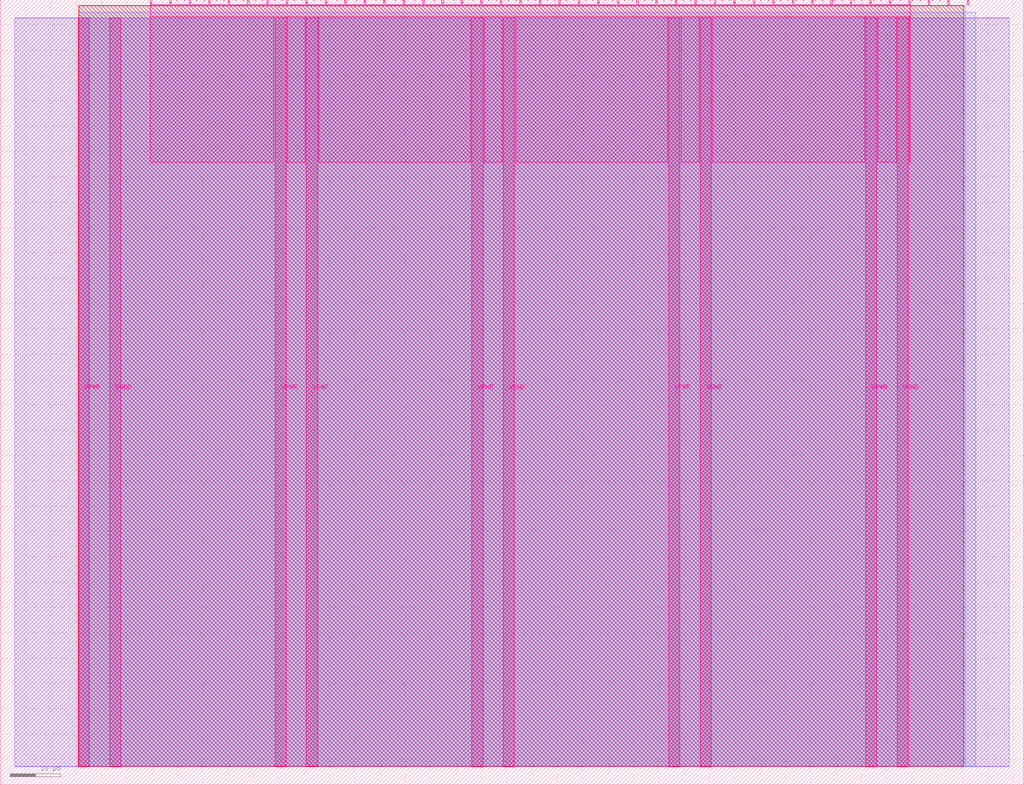
<source format=lef>
VERSION 5.7 ;
  NOWIREEXTENSIONATPIN ON ;
  DIVIDERCHAR "/" ;
  BUSBITCHARS "[]" ;
MACRO tt_um_michaelmcculloch_alu
  CLASS BLOCK ;
  FOREIGN tt_um_michaelmcculloch_alu ;
  ORIGIN 0.000 0.000 ;
  SIZE 202.080 BY 154.980 ;
  PIN VGND
    DIRECTION INOUT ;
    USE GROUND ;
    PORT
      LAYER Metal5 ;
        RECT 21.580 3.560 23.780 151.420 ;
    END
    PORT
      LAYER Metal5 ;
        RECT 60.450 3.560 62.650 151.420 ;
    END
    PORT
      LAYER Metal5 ;
        RECT 99.320 3.560 101.520 151.420 ;
    END
    PORT
      LAYER Metal5 ;
        RECT 138.190 3.560 140.390 151.420 ;
    END
    PORT
      LAYER Metal5 ;
        RECT 177.060 3.560 179.260 151.420 ;
    END
  END VGND
  PIN VPWR
    DIRECTION INOUT ;
    USE POWER ;
    PORT
      LAYER Metal5 ;
        RECT 15.380 3.560 17.580 151.420 ;
    END
    PORT
      LAYER Metal5 ;
        RECT 54.250 3.560 56.450 151.420 ;
    END
    PORT
      LAYER Metal5 ;
        RECT 93.120 3.560 95.320 151.420 ;
    END
    PORT
      LAYER Metal5 ;
        RECT 131.990 3.560 134.190 151.420 ;
    END
    PORT
      LAYER Metal5 ;
        RECT 170.860 3.560 173.060 151.420 ;
    END
  END VPWR
  PIN clk
    DIRECTION INPUT ;
    USE SIGNAL ;
    PORT
      LAYER Metal5 ;
        RECT 187.050 153.980 187.350 154.980 ;
    END
  END clk
  PIN ena
    DIRECTION INPUT ;
    USE SIGNAL ;
    PORT
      LAYER Metal5 ;
        RECT 190.890 153.980 191.190 154.980 ;
    END
  END ena
  PIN rst_n
    DIRECTION INPUT ;
    USE SIGNAL ;
    PORT
      LAYER Metal5 ;
        RECT 183.210 153.980 183.510 154.980 ;
    END
  END rst_n
  PIN ui_in[0]
    DIRECTION INPUT ;
    USE SIGNAL ;
    ANTENNAGATEAREA 0.180700 ;
    PORT
      LAYER Metal5 ;
        RECT 179.370 153.980 179.670 154.980 ;
    END
  END ui_in[0]
  PIN ui_in[1]
    DIRECTION INPUT ;
    USE SIGNAL ;
    ANTENNAGATEAREA 0.180700 ;
    PORT
      LAYER Metal5 ;
        RECT 175.530 153.980 175.830 154.980 ;
    END
  END ui_in[1]
  PIN ui_in[2]
    DIRECTION INPUT ;
    USE SIGNAL ;
    ANTENNAGATEAREA 0.213200 ;
    PORT
      LAYER Metal5 ;
        RECT 171.690 153.980 171.990 154.980 ;
    END
  END ui_in[2]
  PIN ui_in[3]
    DIRECTION INPUT ;
    USE SIGNAL ;
    ANTENNAGATEAREA 0.180700 ;
    PORT
      LAYER Metal5 ;
        RECT 167.850 153.980 168.150 154.980 ;
    END
  END ui_in[3]
  PIN ui_in[4]
    DIRECTION INPUT ;
    USE SIGNAL ;
    ANTENNAGATEAREA 0.180700 ;
    PORT
      LAYER Metal5 ;
        RECT 164.010 153.980 164.310 154.980 ;
    END
  END ui_in[4]
  PIN ui_in[5]
    DIRECTION INPUT ;
    USE SIGNAL ;
    ANTENNAGATEAREA 0.314600 ;
    PORT
      LAYER Metal5 ;
        RECT 160.170 153.980 160.470 154.980 ;
    END
  END ui_in[5]
  PIN ui_in[6]
    DIRECTION INPUT ;
    USE SIGNAL ;
    ANTENNAGATEAREA 0.213200 ;
    PORT
      LAYER Metal5 ;
        RECT 156.330 153.980 156.630 154.980 ;
    END
  END ui_in[6]
  PIN ui_in[7]
    DIRECTION INPUT ;
    USE SIGNAL ;
    ANTENNAGATEAREA 0.213200 ;
    PORT
      LAYER Metal5 ;
        RECT 152.490 153.980 152.790 154.980 ;
    END
  END ui_in[7]
  PIN uio_in[0]
    DIRECTION INPUT ;
    USE SIGNAL ;
    ANTENNAGATEAREA 0.213200 ;
    PORT
      LAYER Metal5 ;
        RECT 148.650 153.980 148.950 154.980 ;
    END
  END uio_in[0]
  PIN uio_in[1]
    DIRECTION INPUT ;
    USE SIGNAL ;
    ANTENNAGATEAREA 0.213200 ;
    PORT
      LAYER Metal5 ;
        RECT 144.810 153.980 145.110 154.980 ;
    END
  END uio_in[1]
  PIN uio_in[2]
    DIRECTION INPUT ;
    USE SIGNAL ;
    ANTENNAGATEAREA 0.180700 ;
    PORT
      LAYER Metal5 ;
        RECT 140.970 153.980 141.270 154.980 ;
    END
  END uio_in[2]
  PIN uio_in[3]
    DIRECTION INPUT ;
    USE SIGNAL ;
    ANTENNAGATEAREA 0.314600 ;
    PORT
      LAYER Metal5 ;
        RECT 137.130 153.980 137.430 154.980 ;
    END
  END uio_in[3]
  PIN uio_in[4]
    DIRECTION INPUT ;
    USE SIGNAL ;
    ANTENNAGATEAREA 0.213200 ;
    PORT
      LAYER Metal5 ;
        RECT 133.290 153.980 133.590 154.980 ;
    END
  END uio_in[4]
  PIN uio_in[5]
    DIRECTION INPUT ;
    USE SIGNAL ;
    ANTENNAGATEAREA 0.180700 ;
    PORT
      LAYER Metal5 ;
        RECT 129.450 153.980 129.750 154.980 ;
    END
  END uio_in[5]
  PIN uio_in[6]
    DIRECTION INPUT ;
    USE SIGNAL ;
    ANTENNAGATEAREA 0.180700 ;
    PORT
      LAYER Metal5 ;
        RECT 125.610 153.980 125.910 154.980 ;
    END
  END uio_in[6]
  PIN uio_in[7]
    DIRECTION INPUT ;
    USE SIGNAL ;
    ANTENNAGATEAREA 0.180700 ;
    PORT
      LAYER Metal5 ;
        RECT 121.770 153.980 122.070 154.980 ;
    END
  END uio_in[7]
  PIN uio_oe[0]
    DIRECTION OUTPUT ;
    USE SIGNAL ;
    ANTENNADIFFAREA 0.299200 ;
    PORT
      LAYER Metal5 ;
        RECT 56.490 153.980 56.790 154.980 ;
    END
  END uio_oe[0]
  PIN uio_oe[1]
    DIRECTION OUTPUT ;
    USE SIGNAL ;
    ANTENNADIFFAREA 0.299200 ;
    PORT
      LAYER Metal5 ;
        RECT 52.650 153.980 52.950 154.980 ;
    END
  END uio_oe[1]
  PIN uio_oe[2]
    DIRECTION OUTPUT ;
    USE SIGNAL ;
    ANTENNADIFFAREA 0.299200 ;
    PORT
      LAYER Metal5 ;
        RECT 48.810 153.980 49.110 154.980 ;
    END
  END uio_oe[2]
  PIN uio_oe[3]
    DIRECTION OUTPUT ;
    USE SIGNAL ;
    ANTENNADIFFAREA 0.299200 ;
    PORT
      LAYER Metal5 ;
        RECT 44.970 153.980 45.270 154.980 ;
    END
  END uio_oe[3]
  PIN uio_oe[4]
    DIRECTION OUTPUT ;
    USE SIGNAL ;
    ANTENNADIFFAREA 0.299200 ;
    PORT
      LAYER Metal5 ;
        RECT 41.130 153.980 41.430 154.980 ;
    END
  END uio_oe[4]
  PIN uio_oe[5]
    DIRECTION OUTPUT ;
    USE SIGNAL ;
    ANTENNADIFFAREA 0.299200 ;
    PORT
      LAYER Metal5 ;
        RECT 37.290 153.980 37.590 154.980 ;
    END
  END uio_oe[5]
  PIN uio_oe[6]
    DIRECTION OUTPUT ;
    USE SIGNAL ;
    ANTENNADIFFAREA 0.299200 ;
    PORT
      LAYER Metal5 ;
        RECT 33.450 153.980 33.750 154.980 ;
    END
  END uio_oe[6]
  PIN uio_oe[7]
    DIRECTION OUTPUT ;
    USE SIGNAL ;
    ANTENNADIFFAREA 0.299200 ;
    PORT
      LAYER Metal5 ;
        RECT 29.610 153.980 29.910 154.980 ;
    END
  END uio_oe[7]
  PIN uio_out[0]
    DIRECTION OUTPUT ;
    USE SIGNAL ;
    ANTENNADIFFAREA 0.299200 ;
    PORT
      LAYER Metal5 ;
        RECT 87.210 153.980 87.510 154.980 ;
    END
  END uio_out[0]
  PIN uio_out[1]
    DIRECTION OUTPUT ;
    USE SIGNAL ;
    ANTENNADIFFAREA 0.299200 ;
    PORT
      LAYER Metal5 ;
        RECT 83.370 153.980 83.670 154.980 ;
    END
  END uio_out[1]
  PIN uio_out[2]
    DIRECTION OUTPUT ;
    USE SIGNAL ;
    ANTENNADIFFAREA 0.299200 ;
    PORT
      LAYER Metal5 ;
        RECT 79.530 153.980 79.830 154.980 ;
    END
  END uio_out[2]
  PIN uio_out[3]
    DIRECTION OUTPUT ;
    USE SIGNAL ;
    ANTENNADIFFAREA 0.299200 ;
    PORT
      LAYER Metal5 ;
        RECT 75.690 153.980 75.990 154.980 ;
    END
  END uio_out[3]
  PIN uio_out[4]
    DIRECTION OUTPUT ;
    USE SIGNAL ;
    ANTENNADIFFAREA 0.299200 ;
    PORT
      LAYER Metal5 ;
        RECT 71.850 153.980 72.150 154.980 ;
    END
  END uio_out[4]
  PIN uio_out[5]
    DIRECTION OUTPUT ;
    USE SIGNAL ;
    ANTENNADIFFAREA 0.299200 ;
    PORT
      LAYER Metal5 ;
        RECT 68.010 153.980 68.310 154.980 ;
    END
  END uio_out[5]
  PIN uio_out[6]
    DIRECTION OUTPUT ;
    USE SIGNAL ;
    ANTENNADIFFAREA 0.299200 ;
    PORT
      LAYER Metal5 ;
        RECT 64.170 153.980 64.470 154.980 ;
    END
  END uio_out[6]
  PIN uio_out[7]
    DIRECTION OUTPUT ;
    USE SIGNAL ;
    ANTENNADIFFAREA 0.299200 ;
    PORT
      LAYER Metal5 ;
        RECT 60.330 153.980 60.630 154.980 ;
    END
  END uio_out[7]
  PIN uo_out[0]
    DIRECTION OUTPUT ;
    USE SIGNAL ;
    ANTENNADIFFAREA 0.844900 ;
    PORT
      LAYER Metal5 ;
        RECT 117.930 153.980 118.230 154.980 ;
    END
  END uo_out[0]
  PIN uo_out[1]
    DIRECTION OUTPUT ;
    USE SIGNAL ;
    ANTENNADIFFAREA 0.844900 ;
    PORT
      LAYER Metal5 ;
        RECT 114.090 153.980 114.390 154.980 ;
    END
  END uo_out[1]
  PIN uo_out[2]
    DIRECTION OUTPUT ;
    USE SIGNAL ;
    ANTENNADIFFAREA 0.844900 ;
    PORT
      LAYER Metal5 ;
        RECT 110.250 153.980 110.550 154.980 ;
    END
  END uo_out[2]
  PIN uo_out[3]
    DIRECTION OUTPUT ;
    USE SIGNAL ;
    ANTENNADIFFAREA 0.844900 ;
    PORT
      LAYER Metal5 ;
        RECT 106.410 153.980 106.710 154.980 ;
    END
  END uo_out[3]
  PIN uo_out[4]
    DIRECTION OUTPUT ;
    USE SIGNAL ;
    ANTENNADIFFAREA 0.844900 ;
    PORT
      LAYER Metal5 ;
        RECT 102.570 153.980 102.870 154.980 ;
    END
  END uo_out[4]
  PIN uo_out[5]
    DIRECTION OUTPUT ;
    USE SIGNAL ;
    ANTENNADIFFAREA 0.844900 ;
    PORT
      LAYER Metal5 ;
        RECT 98.730 153.980 99.030 154.980 ;
    END
  END uo_out[5]
  PIN uo_out[6]
    DIRECTION OUTPUT ;
    USE SIGNAL ;
    ANTENNADIFFAREA 0.844900 ;
    PORT
      LAYER Metal5 ;
        RECT 94.890 153.980 95.190 154.980 ;
    END
  END uo_out[6]
  PIN uo_out[7]
    DIRECTION OUTPUT ;
    USE SIGNAL ;
    ANTENNADIFFAREA 0.844900 ;
    PORT
      LAYER Metal5 ;
        RECT 91.050 153.980 91.350 154.980 ;
    END
  END uo_out[7]
  OBS
      LAYER GatPoly ;
        RECT 2.880 3.630 199.200 151.350 ;
      LAYER Metal1 ;
        RECT 2.880 3.560 199.200 151.420 ;
      LAYER Metal2 ;
        RECT 15.515 3.680 192.625 152.560 ;
      LAYER Metal3 ;
        RECT 15.560 3.635 190.660 153.865 ;
      LAYER Metal4 ;
        RECT 15.515 3.680 190.225 153.820 ;
      LAYER Metal5 ;
        RECT 30.120 153.770 33.240 153.980 ;
        RECT 33.960 153.770 37.080 153.980 ;
        RECT 37.800 153.770 40.920 153.980 ;
        RECT 41.640 153.770 44.760 153.980 ;
        RECT 45.480 153.770 48.600 153.980 ;
        RECT 49.320 153.770 52.440 153.980 ;
        RECT 53.160 153.770 56.280 153.980 ;
        RECT 57.000 153.770 60.120 153.980 ;
        RECT 60.840 153.770 63.960 153.980 ;
        RECT 64.680 153.770 67.800 153.980 ;
        RECT 68.520 153.770 71.640 153.980 ;
        RECT 72.360 153.770 75.480 153.980 ;
        RECT 76.200 153.770 79.320 153.980 ;
        RECT 80.040 153.770 83.160 153.980 ;
        RECT 83.880 153.770 87.000 153.980 ;
        RECT 87.720 153.770 90.840 153.980 ;
        RECT 91.560 153.770 94.680 153.980 ;
        RECT 95.400 153.770 98.520 153.980 ;
        RECT 99.240 153.770 102.360 153.980 ;
        RECT 103.080 153.770 106.200 153.980 ;
        RECT 106.920 153.770 110.040 153.980 ;
        RECT 110.760 153.770 113.880 153.980 ;
        RECT 114.600 153.770 117.720 153.980 ;
        RECT 118.440 153.770 121.560 153.980 ;
        RECT 122.280 153.770 125.400 153.980 ;
        RECT 126.120 153.770 129.240 153.980 ;
        RECT 129.960 153.770 133.080 153.980 ;
        RECT 133.800 153.770 136.920 153.980 ;
        RECT 137.640 153.770 140.760 153.980 ;
        RECT 141.480 153.770 144.600 153.980 ;
        RECT 145.320 153.770 148.440 153.980 ;
        RECT 149.160 153.770 152.280 153.980 ;
        RECT 153.000 153.770 156.120 153.980 ;
        RECT 156.840 153.770 159.960 153.980 ;
        RECT 160.680 153.770 163.800 153.980 ;
        RECT 164.520 153.770 167.640 153.980 ;
        RECT 168.360 153.770 171.480 153.980 ;
        RECT 172.200 153.770 175.320 153.980 ;
        RECT 176.040 153.770 179.160 153.980 ;
        RECT 29.660 151.630 179.620 153.770 ;
        RECT 29.660 122.915 54.040 151.630 ;
        RECT 56.660 122.915 60.240 151.630 ;
        RECT 62.860 122.915 92.910 151.630 ;
        RECT 95.530 122.915 99.110 151.630 ;
        RECT 101.730 122.915 131.780 151.630 ;
        RECT 134.400 122.915 137.980 151.630 ;
        RECT 140.600 122.915 170.650 151.630 ;
        RECT 173.270 122.915 176.850 151.630 ;
        RECT 179.470 122.915 179.620 151.630 ;
  END
END tt_um_michaelmcculloch_alu
END LIBRARY


</source>
